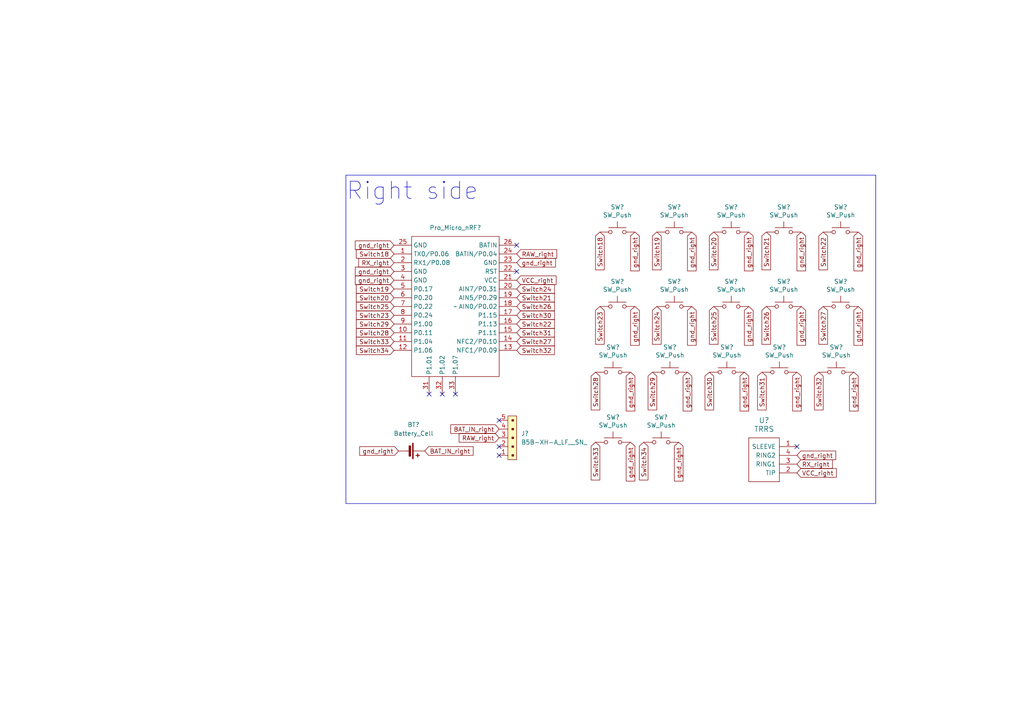
<source format=kicad_sch>
(kicad_sch (version 20230121) (generator eeschema)
  (paper "A4")
  (lib_symbols
    (symbol "Device:Battery_Cell" (pin_numbers hide) (pin_names (offset 0) hide)
      (property "Reference" "BT" (at 2.54 2.54 0))
      (property "Value" "Battery_Cell" (at 2.54 0 0))
      (symbol "Battery_Cell_0_1"
        (rectangle (start -2.286 1.778) (end 2.286 1.524) (fill (type outline)))
        (rectangle (start -1.524 1.016) (end 1.524 0.508) (fill (type outline)))
        (polyline (pts (xy 0 0.762) (xy 0 0)))
        (polyline (pts (xy 0 1.778) (xy 0 2.54)))
        (polyline (pts (xy 0.762 3.048) (xy 1.778 3.048)) (stroke (width 0.254)))
        (polyline (pts (xy 1.27 3.556) (xy 1.27 2.54)) (stroke (width 0.254)))
      )
      (symbol "Battery_Cell_1_1"
        (pin passive line (at 0 5.08 270) (length 2.54) (name "+") (number "1"))
        (pin passive line (at 0 -2.54 90) (length 2.54) (name "-") (number "2"))
      )
    )
    (symbol "Scottokeeb:Placeholder_TRRS" (pin_names (offset 1.016))
      (property "Reference" "U" (at 0 15.24 0))
      (property "Value" "TRRS" (at 0 -2.54 0))
      (symbol "Placeholder_TRRS_0_1"
        (rectangle (start -3.81 0) (end -3.81 12.7))
        (rectangle (start -3.81 0) (end 5.08 0))
        (rectangle (start -3.81 12.7) (end 5.08 12.7))
        (rectangle (start 5.08 12.7) (end 5.08 0))
      )
      (symbol "Placeholder_TRRS_1_1"
        (pin input line (at -8.89 2.54 0) (length 5.08) (name "SLEEVE") (number "1"))
        (pin input line (at -8.89 10.16 0) (length 5.08) (name "TIP") (number "2"))
        (pin input line (at -8.89 7.62 0) (length 5.08) (name "RING1") (number "3"))
        (pin input line (at -8.89 5.08 0) (length 5.08) (name "RING2") (number "4"))
      )
    )
    (symbol "Switch:SW_Push" (pin_numbers hide) (pin_names (offset 1.016) hide)
      (property "Reference" "SW" (at 1.27 2.54 0))
      (property "Value" "SW_Push" (at 0 -1.524 0))
      (symbol "SW_Push_0_1"
        (circle (center -2.032 0) (radius 0.508))
        (polyline (pts (xy 0 1.27) (xy 0 3.048)))
        (polyline (pts (xy 2.54 1.27) (xy -2.54 1.27)))
        (circle (center 2.032 0) (radius 0.508))
        (pin passive line (at -5.08 0 0) (length 2.54) (name "1") (number "1"))
        (pin passive line (at 5.08 0 180) (length 2.54) (name "2") (number "2"))
      )
    )
    (symbol "components:Pro_Micro_nRF52840"
      (property "Reference" "Pro_Micro_nRF52840" (at 0 22.352 0))
      (symbol "Pro_Micro_nRF52840_0_1"
        (rectangle (start -12.7 -20.32) (end 12.7 20.32))
      )
      (symbol "Pro_Micro_nRF52840_1_1"
        (pin input line (at -17.78 15.24 0) (length 5.08) (name "TX0/P0.06") (number "1"))
        (pin input line (at -17.78 -7.62 0) (length 5.08) (name "P0.11") (number "10"))
        (pin input line (at -17.78 -10.16 0) (length 5.08) (name "P1.04") (number "11"))
        (pin input line (at -17.78 -12.7 0) (length 5.08) (name "P1.06") (number "12"))
        (pin input line (at 17.78 -12.7 180) (length 5.08) (name "NFC1/P0.09") (number "13"))
        (pin input line (at 17.78 -10.16 180) (length 5.08) (name "NFC2/P0.10") (number "14"))
        (pin input line (at 17.78 -7.62 180) (length 5.08) (name "P1.11") (number "15"))
        (pin input line (at 17.78 -5.08 180) (length 5.08) (name "P1.13") (number "16"))
        (pin input line (at 17.78 -2.54 180) (length 5.08) (name "P1.15") (number "17"))
        (pin input line (at 17.78 0 180) (length 5.08) (name "AIN0/P0.02") (number "18"))
        (pin input line (at 17.78 2.54 180) (length 5.08) (name "AIN5/P0.29") (number "19"))
        (pin input line (at -17.78 12.7 0) (length 5.08) (name "RX1/P0.08") (number "2"))
        (pin input line (at 17.78 5.08 180) (length 5.08) (name "AIN7/P0.31") (number "20"))
        (pin input line (at 17.78 7.62 180) (length 5.08) (name "VCC") (number "21"))
        (pin input line (at 17.78 10.16 180) (length 5.08) (name "RST") (number "22"))
        (pin input line (at 17.78 12.7 180) (length 5.08) (name "GND") (number "23"))
        (pin input line (at 17.78 15.24 180) (length 5.08) (name "BATIN/P0.04") (number "24"))
        (pin input line (at -17.78 17.78 0) (length 5.08) (name "GND") (number "25"))
        (pin input line (at 17.78 17.78 180) (length 5.08) (name "BATIN") (number "26"))
        (pin input line (at -17.78 10.16 0) (length 5.08) (name "GND") (number "3"))
        (pin input line (at -7.62 -25.4 90) (length 5.08) (name "P1.01") (number "31"))
        (pin input line (at -3.81 -25.4 90) (length 5.08) (name "P1.02") (number "32"))
        (pin input line (at 0 -25.4 90) (length 5.08) (name "P1.07") (number "33"))
        (pin input line (at -17.78 7.62 0) (length 5.08) (name "GND") (number "4"))
        (pin input line (at -17.78 5.08 0) (length 5.08) (name "P0.17") (number "5"))
        (pin input line (at -17.78 2.54 0) (length 5.08) (name "P0.20") (number "6"))
        (pin input line (at -17.78 0 0) (length 5.08) (name "P0.22") (number "7"))
        (pin input line (at -17.78 -2.54 0) (length 5.08) (name "P0.24") (number "8"))
        (pin input line (at -17.78 -5.08 0) (length 5.08) (name "P1.00") (number "9"))
      )
    )
    (symbol "dk_Rectangular-Connectors-Headers-Male-Pins:B5B-XH-A_LF__SN_" (pin_names (offset 1.016))
      (property "Reference" "J" (at -2.54 -1.27 0))
      (property "Value" "B5B-XH-A_LF__SN_" (at 5.08 -3.81 0))
      (symbol "B5B-XH-A_LF__SN__1_1"
        (rectangle (start -1.27 0) (end 11.43 -2.54) (fill (type background)))
        (rectangle (start -0.254 -1.143) (end 0.254 -1.651) (fill (type outline)))
        (rectangle (start 2.286 -1.143) (end 2.794 -1.651) (fill (type outline)))
        (rectangle (start 4.826 -1.143) (end 5.334 -1.651) (fill (type outline)))
        (rectangle (start 7.366 -1.143) (end 7.874 -1.651) (fill (type outline)))
        (rectangle (start 9.906 -1.143) (end 10.414 -1.651) (fill (type outline)))
        (pin passive line (at 0 2.54 270) (length 2.54) (name "~") (number "1"))
        (pin passive line (at 2.54 2.54 270) (length 2.54) (name "~") (number "2"))
        (pin passive line (at 5.08 2.54 270) (length 2.54) (name "~") (number "3"))
        (pin passive line (at 7.62 2.54 270) (length 2.54) (name "~") (number "4"))
        (pin passive line (at 10.16 2.54 270) (length 2.54) (name "~") (number "5"))
      )
    )
  )
  (no_connect (at 144.78 132.08))
  (no_connect (at 128.27 114.3))
  (no_connect (at 149.86 78.74))
  (no_connect (at 124.46 114.3))
  (no_connect (at 132.08 114.3))
  (no_connect (at 149.86 71.12))
  (no_connect (at 144.78 129.54))
  (no_connect (at 144.78 121.92))
  (no_connect (at 231.14 129.54))
  (rectangle (start 100.33 50.8) (end 254 146.05))
  (text "Right side" (at 100.33 58.42 0) (effects (font (size 5 5)) (justify left bottom)))
  (global_label "Switch25" (shape input) (at 207.01 88.9 270) (property "Intersheetrefs" "${INTERSHEET_REFS}" (effects hide)))
  (global_label "gnd_right" (shape input) (at 247.65 107.95 270) (property "Intersheetrefs" "${INTERSHEET_REFS}" (effects hide)))
  (global_label "Switch22" (shape input) (at 149.86 93.98 0) (property "Intersheetrefs" "${INTERSHEET_REFS}" (effects hide)))
  (global_label "Switch19" (shape input) (at 190.5 67.31 270) (property "Intersheetrefs" "${INTERSHEET_REFS}" (effects hide)))
  (global_label "gnd_right" (shape input) (at 196.85 128.27 270) (property "Intersheetrefs" "${INTERSHEET_REFS}" (effects hide)))
  (global_label "Switch21" (shape input) (at 149.86 86.36 0) (property "Intersheetrefs" "${INTERSHEET_REFS}" (effects hide)))
  (global_label "gnd_right" (shape input) (at 200.66 67.31 270) (property "Intersheetrefs" "${INTERSHEET_REFS}" (effects hide)))
  (global_label "BAT_IN_right" (shape input) (at 144.78 124.46 180) (property "Intersheetrefs" "${INTERSHEET_REFS}" (effects hide)))
  (global_label "Switch19" (shape input) (at 114.3 83.82 180) (property "Intersheetrefs" "${INTERSHEET_REFS}" (effects hide)))
  (global_label "Switch28" (shape input) (at 172.72 107.95 270) (property "Intersheetrefs" "${INTERSHEET_REFS}" (effects hide)))
  (global_label "Switch20" (shape input) (at 207.01 67.31 270) (property "Intersheetrefs" "${INTERSHEET_REFS}" (effects hide)))
  (global_label "VCC_right" (shape input) (at 149.86 81.28 0) (property "Intersheetrefs" "${INTERSHEET_REFS}" (effects hide)))
  (global_label "gnd_right" (shape input) (at 114.3 78.74 180) (property "Intersheetrefs" "${INTERSHEET_REFS}" (effects hide)))
  (global_label "gnd_right" (shape input) (at 184.15 67.31 270) (property "Intersheetrefs" "${INTERSHEET_REFS}" (effects hide)))
  (global_label "Switch32" (shape input) (at 149.86 101.6 0) (property "Intersheetrefs" "${INTERSHEET_REFS}" (effects hide)))
  (global_label "gnd_right" (shape input) (at 232.41 67.31 270) (property "Intersheetrefs" "${INTERSHEET_REFS}" (effects hide)))
  (global_label "gnd_right" (shape input) (at 182.88 107.95 270) (property "Intersheetrefs" "${INTERSHEET_REFS}" (effects hide)))
  (global_label "Switch33" (shape input) (at 172.72 128.27 270) (property "Intersheetrefs" "${INTERSHEET_REFS}" (effects hide)))
  (global_label "RX_right" (shape input) (at 114.3 76.2 180) (property "Intersheetrefs" "${INTERSHEET_REFS}" (effects hide)))
  (global_label "gnd_right" (shape input) (at 248.92 67.31 270) (property "Intersheetrefs" "${INTERSHEET_REFS}" (effects hide)))
  (global_label "Switch20" (shape input) (at 114.3 86.36 180) (property "Intersheetrefs" "${INTERSHEET_REFS}" (effects hide)))
  (global_label "Switch26" (shape input) (at 149.86 88.9 0) (property "Intersheetrefs" "${INTERSHEET_REFS}" (effects hide)))
  (global_label "RAW_right" (shape input) (at 149.86 73.66 0) (property "Intersheetrefs" "${INTERSHEET_REFS}" (effects hide)))
  (global_label "Switch23" (shape input) (at 173.99 88.9 270) (property "Intersheetrefs" "${INTERSHEET_REFS}" (effects hide)))
  (global_label "Switch23" (shape input) (at 114.3 91.44 180) (property "Intersheetrefs" "${INTERSHEET_REFS}" (effects hide)))
  (global_label "BAT_IN_right" (shape input) (at 123.19 130.81 0) (property "Intersheetrefs" "${INTERSHEET_REFS}" (effects hide)))
  (global_label "gnd_right" (shape input) (at 200.66 88.9 270) (property "Intersheetrefs" "${INTERSHEET_REFS}" (effects hide)))
  (global_label "Switch21" (shape input) (at 222.25 67.31 270) (property "Intersheetrefs" "${INTERSHEET_REFS}" (effects hide)))
  (global_label "gnd_right" (shape input) (at 217.17 67.31 270) (property "Intersheetrefs" "${INTERSHEET_REFS}" (effects hide)))
  (global_label "Switch22" (shape input) (at 238.76 67.31 270) (property "Intersheetrefs" "${INTERSHEET_REFS}" (effects hide)))
  (global_label "Switch34" (shape input) (at 114.3 101.6 180) (property "Intersheetrefs" "${INTERSHEET_REFS}" (effects hide)))
  (global_label "VCC_right" (shape input) (at 231.14 137.16 0) (property "Intersheetrefs" "${INTERSHEET_REFS}" (effects hide)))
  (global_label "RAW_right" (shape input) (at 144.78 127 180) (property "Intersheetrefs" "${INTERSHEET_REFS}" (effects hide)))
  (global_label "gnd_right" (shape input) (at 182.88 128.27 270) (property "Intersheetrefs" "${INTERSHEET_REFS}" (effects hide)))
  (global_label "gnd_right" (shape input) (at 232.41 88.9 270) (property "Intersheetrefs" "${INTERSHEET_REFS}" (effects hide)))
  (global_label "Switch30" (shape input) (at 205.74 107.95 270) (property "Intersheetrefs" "${INTERSHEET_REFS}" (effects hide)))
  (global_label "Switch31" (shape input) (at 149.86 96.52 0) (property "Intersheetrefs" "${INTERSHEET_REFS}" (effects hide)))
  (global_label "Switch18" (shape input) (at 114.3 73.66 180) (property "Intersheetrefs" "${INTERSHEET_REFS}" (effects hide)))
  (global_label "Switch32" (shape input) (at 237.49 107.95 270) (property "Intersheetrefs" "${INTERSHEET_REFS}" (effects hide)))
  (global_label "Switch29" (shape input) (at 114.3 93.98 180) (property "Intersheetrefs" "${INTERSHEET_REFS}" (effects hide)))
  (global_label "gnd_right" (shape input) (at 114.3 81.28 180) (property "Intersheetrefs" "${INTERSHEET_REFS}" (effects hide)))
  (global_label "Switch28" (shape input) (at 114.3 96.52 180) (property "Intersheetrefs" "${INTERSHEET_REFS}" (effects hide)))
  (global_label "Switch24" (shape input) (at 149.86 83.82 0) (property "Intersheetrefs" "${INTERSHEET_REFS}" (effects hide)))
  (global_label "Switch33" (shape input) (at 114.3 99.06 180) (property "Intersheetrefs" "${INTERSHEET_REFS}" (effects hide)))
  (global_label "gnd_right" (shape input) (at 184.15 88.9 270) (property "Intersheetrefs" "${INTERSHEET_REFS}" (effects hide)))
  (global_label "gnd_right" (shape input) (at 114.3 71.12 180) (property "Intersheetrefs" "${INTERSHEET_REFS}" (effects hide)))
  (global_label "Switch29" (shape input) (at 189.23 107.95 270) (property "Intersheetrefs" "${INTERSHEET_REFS}" (effects hide)))
  (global_label "Switch31" (shape input) (at 220.98 107.95 270) (property "Intersheetrefs" "${INTERSHEET_REFS}" (effects hide)))
  (global_label "Switch18" (shape input) (at 173.99 67.31 270) (property "Intersheetrefs" "${INTERSHEET_REFS}" (effects hide)))
  (global_label "RX_right" (shape input) (at 231.14 134.62 0) (property "Intersheetrefs" "${INTERSHEET_REFS}" (effects hide)))
  (global_label "gnd_right" (shape input) (at 231.14 132.08 0) (property "Intersheetrefs" "${INTERSHEET_REFS}" (effects hide)))
  (global_label "Switch30" (shape input) (at 149.86 91.44 0) (property "Intersheetrefs" "${INTERSHEET_REFS}" (effects hide)))
  (global_label "Switch26" (shape input) (at 222.25 88.9 270) (property "Intersheetrefs" "${INTERSHEET_REFS}" (effects hide)))
  (global_label "gnd_right" (shape input) (at 215.9 107.95 270) (property "Intersheetrefs" "${INTERSHEET_REFS}" (effects hide)))
  (global_label "gnd_right" (shape input) (at 199.39 107.95 270) (property "Intersheetrefs" "${INTERSHEET_REFS}" (effects hide)))
  (global_label "gnd_right" (shape input) (at 217.17 88.9 270) (property "Intersheetrefs" "${INTERSHEET_REFS}" (effects hide)))
  (global_label "gnd_right" (shape input) (at 248.92 88.9 270) (property "Intersheetrefs" "${INTERSHEET_REFS}" (effects hide)))
  (global_label "gnd_right" (shape input) (at 115.57 130.81 180) (property "Intersheetrefs" "${INTERSHEET_REFS}" (effects hide)))
  (global_label "gnd_right" (shape input) (at 149.86 76.2 0) (property "Intersheetrefs" "${INTERSHEET_REFS}" (effects hide)))
  (global_label "Switch24" (shape input) (at 190.5 88.9 270) (property "Intersheetrefs" "${INTERSHEET_REFS}" (effects hide)))
  (global_label "Switch27" (shape input) (at 238.76 88.9 270) (property "Intersheetrefs" "${INTERSHEET_REFS}" (effects hide)))
  (global_label "Switch25" (shape input) (at 114.3 88.9 180) (property "Intersheetrefs" "${INTERSHEET_REFS}" (effects hide)))
  (global_label "gnd_right" (shape input) (at 231.14 107.95 270) (property "Intersheetrefs" "${INTERSHEET_REFS}" (effects hide)))
  (global_label "Switch27" (shape input) (at 149.86 99.06 0) (property "Intersheetrefs" "${INTERSHEET_REFS}" (effects hide)))
  (global_label "Switch34" (shape input) (at 186.69 128.27 270) (property "Intersheetrefs" "${INTERSHEET_REFS}" (effects hide)))
  (symbol (lib_id "Switch:SW_Push") (at 191.77 128.27 0) (unit 1)
    (property "Reference" "SW?" (at 191.77 121.031 0))
    (property "Value" "SW_Push" (at 191.77 123.3424 0))
    (property "Footprint" "custom_components:Choc_v1v2_pretty" (effects hide))
    (instances (project "kai_simple" (path "" (reference "SW?") (unit 1)) (path "" (reference "SW34") (unit 1))) (project "sweepv2" (path "" (reference "SW21") (unit 1))) (project "kai_simple_v3" (path "" (reference "SW34") (unit 1))))
  )
  (symbol (lib_id "dk_Rectangular-Connectors-Headers-Male-Pins:B5B-XH-A_LF__SN_") (at 147.32 132.08 90) (unit 1)
    (property "Reference" "J?" (at 151.13 125.73 90) (effects (justify right)))
    (property "Value" "B5B-XH-A_LF__SN_" (at 151.13 128.27 90) (effects (justify right)))
    (property "Footprint" "custom_components:Switch_slide_TH_5P" (effects hide))
    (property "Datasheet" "http://www.jst-mfg.com/product/pdf/eng/eXH.pdf" (effects hide))
    (property "Digi-Key_PN" "455-2270-ND" (effects hide))
    (property "MPN" "B5B-XH-A(LF)(SN)" (effects hide))
    (property "Category" "Connectors, Interconnects" (effects hide))
    (property "Family" "Rectangular Connectors - Headers, Male Pins" (effects hide))
    (property "DK_Datasheet_Link" "http://www.jst-mfg.com/product/pdf/eng/eXH.pdf" (effects hide))
    (property "DK_Detail_Page" "/product-detail/en/jst-sales-america-inc/B5B-XH-A(LF)(SN)/455-2270-ND/1530483" (effects hide))
    (property "Description" "CONN HEADER VERT 5POS 2.5MM" (effects hide))
    (property "Manufacturer" "JST Sales America Inc." (effects hide))
    (property "Status" "Active" (effects hide))
    (instances (project "kai_simple" (path "" (reference "J?") (unit 1)) (path "" (reference "J2") (unit 1))) (project "xiao_spread" (path "" (reference "J1") (unit 1))) (project "kai_simple_v3" (path "" (reference "J2") (unit 1))) (project "xiao_splay" (path "" (reference "J1") (unit 1))))
  )
  (symbol (lib_id "Switch:SW_Push") (at 210.82 107.95 0) (unit 1)
    (property "Reference" "SW?" (at 210.82 100.711 0))
    (property "Value" "SW_Push" (at 210.82 103.0224 0))
    (property "Footprint" "custom_components:Choc_v1v2_pretty" (effects hide))
    (instances (project "kai_simple" (path "" (reference "SW?") (unit 1)) (path "" (reference "SW30") (unit 1))) (project "sweepv2" (path "" (reference "SW16") (unit 1))) (project "kai_simple_v3" (path "" (reference "SW30") (unit 1))))
  )
  (symbol (lib_id "Switch:SW_Push") (at 227.33 67.31 0) (unit 1)
    (property "Reference" "SW?" (at 227.33 60.071 0))
    (property "Value" "SW_Push" (at 227.33 62.3824 0))
    (property "Footprint" "custom_components:Choc_v1v2_pretty" (effects hide))
    (instances (project "kai_simple" (path "" (reference "SW?") (unit 1)) (path "" (reference "SW21") (unit 1))) (project "sweepv2" (path "" (reference "SW5") (unit 1))) (project "kai_simple_v3" (path "" (reference "SW21") (unit 1))))
  )
  (symbol (lib_id "Switch:SW_Push") (at 242.57 107.95 0) (unit 1)
    (property "Reference" "SW?" (at 242.57 100.711 0))
    (property "Value" "SW_Push" (at 242.57 103.0224 0))
    (property "Footprint" "custom_components:Choc_v1v2_pretty" (effects hide))
    (instances (project "kai_simple" (path "" (reference "SW?") (unit 1)) (path "" (reference "SW32") (unit 1))) (project "sweepv2" (path "" (reference "SW18") (unit 1))) (project "kai_simple_v3" (path "" (reference "SW32") (unit 1))))
  )
  (symbol (lib_id "Switch:SW_Push") (at 212.09 67.31 0) (unit 1)
    (property "Reference" "SW?" (at 212.09 60.071 0))
    (property "Value" "SW_Push" (at 212.09 62.3824 0))
    (property "Footprint" "custom_components:Choc_v1v2_pretty" (effects hide))
    (instances (project "kai_simple" (path "" (reference "SW?") (unit 1)) (path "" (reference "SW20") (unit 1))) (project "sweepv2" (path "" (reference "SW4") (unit 1))) (project "kai_simple_v3" (path "" (reference "SW20") (unit 1))))
  )
  (symbol (lib_id "Switch:SW_Push") (at 243.84 67.31 0) (unit 1)
    (property "Reference" "SW?" (at 243.84 60.071 0))
    (property "Value" "SW_Push" (at 243.84 62.3824 0))
    (property "Footprint" "custom_components:Choc_v1v2_pretty" (effects hide))
    (instances (project "kai_simple" (path "" (reference "SW?") (unit 1)) (path "" (reference "SW22") (unit 1))) (project "sweepv2" (path "" (reference "SW6") (unit 1))) (project "kai_simple_v3" (path "" (reference "SW22") (unit 1))))
  )
  (symbol (lib_id "Switch:SW_Push") (at 195.58 88.9 0) (unit 1)
    (property "Reference" "SW?" (at 195.58 81.661 0))
    (property "Value" "SW_Push" (at 195.58 83.9724 0))
    (property "Footprint" "custom_components:Choc_v1v2_pretty" (effects hide))
    (instances (project "kai_simple" (path "" (reference "SW?") (unit 1)) (path "" (reference "SW24") (unit 1))) (project "sweepv2" (path "" (reference "SW9") (unit 1))) (project "kai_simple_v3" (path "" (reference "SW24") (unit 1))))
  )
  (symbol (lib_id "Switch:SW_Push") (at 194.31 107.95 0) (unit 1)
    (property "Reference" "SW?" (at 194.31 100.711 0))
    (property "Value" "SW_Push" (at 194.31 103.0224 0))
    (property "Footprint" "custom_components:Choc_v1v2_pretty" (effects hide))
    (instances (project "kai_simple" (path "" (reference "SW?") (unit 1)) (path "" (reference "SW29") (unit 1))) (project "sweepv2" (path "" (reference "SW15") (unit 1))) (project "kai_simple_v3" (path "" (reference "SW29") (unit 1))))
  )
  (symbol (lib_id "components:Pro_Micro_nRF52840") (at 132.08 88.9 0) (unit 1)
    (property "Reference" "Pro_Micro_nRF?" (at 132.08 66.04 0))
    (property "Value" "~" (at 132.08 88.9 0))
    (property "Footprint" "custom_components:Pro Micro nRF52840" (effects hide))
    (property "Datasheet" "https://www.nologo.tech/product/otherboard/NRF52840.html" (effects hide))
    (instances (project "kai_simple" (path "" (reference "Pro_Micro_nRF?") (unit 1)) (path "" (reference "Pro_Micro_nRF2") (unit 1))) (project "kai_simple_v3" (path "" (reference "Pro_Micro_nRF2") (unit 1))))
  )
  (symbol (lib_id "Device:Battery_Cell") (at 118.11 130.81 270) (unit 1)
    (property "Reference" "BT?" (at 119.9515 123.19 90))
    (property "Value" "Battery_Cell" (at 119.9515 125.73 90))
    (property "Footprint" "KLOTZ:JST_PH_reversible" (effects hide))
    (instances (project "kai_simple" (path "" (reference "BT?") (unit 1)) (path "" (reference "BT2") (unit 1))) (project "xiao_spread" (path "" (reference "BT1") (unit 1))) (project "kai_simple_v3" (path "" (reference "BT2") (unit 1))) (project "xiao_splay" (path "" (reference "BT1") (unit 1))))
  )
  (symbol (lib_id "Scottokeeb:Placeholder_TRRS") (at 222.25 127 180) (unit 1)
    (property "Reference" "U?" (at 221.615 121.92 0) (effects (font (size 1.524 1.524))))
    (property "Value" "TRRS" (at 221.615 124.46 0) (effects (font (size 1.524 1.524))))
    (property "Footprint" "ScottoKeebs_Components:TRRS_PJ-320A" (effects hide))
    (instances (project "kai_simple" (path "" (reference "U?") (unit 1)) (path "" (reference "U2") (unit 1))) (project "kai_simple_v3" (path "" (reference "U2") (unit 1))))
  )
  (symbol (lib_id "Switch:SW_Push") (at 195.58 67.31 0) (unit 1)
    (property "Reference" "SW?" (at 195.58 60.071 0))
    (property "Value" "SW_Push" (at 195.58 62.3824 0))
    (property "Footprint" "custom_components:Choc_v1v2_pretty" (effects hide))
    (instances (project "kai_simple" (path "" (reference "SW?") (unit 1)) (path "" (reference "SW19") (unit 1))) (project "sweepv2" (path "" (reference "SW3") (unit 1))) (project "kai_simple_v3" (path "" (reference "SW19") (unit 1))))
  )
  (symbol (lib_id "Switch:SW_Push") (at 179.07 67.31 0) (unit 1)
    (property "Reference" "SW?" (at 179.07 60.071 0))
    (property "Value" "SW_Push" (at 179.07 62.3824 0))
    (property "Footprint" "custom_components:Choc_v1v2_pretty" (effects hide))
    (instances (project "kai_simple" (path "" (reference "SW?") (unit 1)) (path "" (reference "SW18") (unit 1))) (project "sweepv2" (path "" (reference "SW2") (unit 1))) (project "kai_simple_v3" (path "" (reference "SW18") (unit 1))))
  )
  (symbol (lib_id "Switch:SW_Push") (at 227.33 88.9 0) (unit 1)
    (property "Reference" "SW?" (at 227.33 81.661 0))
    (property "Value" "SW_Push" (at 227.33 83.9724 0))
    (property "Footprint" "custom_components:Choc_v1v2_pretty" (effects hide))
    (instances (project "kai_simple" (path "" (reference "SW?") (unit 1)) (path "" (reference "SW26") (unit 1))) (project "sweepv2" (path "" (reference "SW11") (unit 1))) (project "kai_simple_v3" (path "" (reference "SW26") (unit 1))))
  )
  (symbol (lib_id "Switch:SW_Push") (at 226.06 107.95 0) (unit 1)
    (property "Reference" "SW?" (at 226.06 100.711 0))
    (property "Value" "SW_Push" (at 226.06 103.0224 0))
    (property "Footprint" "custom_components:Choc_v1v2_pretty" (effects hide))
    (instances (project "kai_simple" (path "" (reference "SW?") (unit 1)) (path "" (reference "SW31") (unit 1))) (project "sweepv2" (path "" (reference "SW17") (unit 1))) (project "kai_simple_v3" (path "" (reference "SW31") (unit 1))))
  )
  (symbol (lib_id "Switch:SW_Push") (at 243.84 88.9 0) (unit 1)
    (property "Reference" "SW?" (at 243.84 81.661 0))
    (property "Value" "SW_Push" (at 243.84 83.9724 0))
    (property "Footprint" "custom_components:Choc_v1v2_pretty" (effects hide))
    (instances (project "kai_simple" (path "" (reference "SW?") (unit 1)) (path "" (reference "SW27") (unit 1))) (project "sweepv2" (path "" (reference "SW12") (unit 1))) (project "kai_simple_v3" (path "" (reference "SW27") (unit 1))))
  )
  (symbol (lib_id "Switch:SW_Push") (at 212.09 88.9 0) (unit 1)
    (property "Reference" "SW?" (at 212.09 81.661 0))
    (property "Value" "SW_Push" (at 212.09 83.9724 0))
    (property "Footprint" "custom_components:Choc_v1v2_pretty" (effects hide))
    (instances (project "kai_simple" (path "" (reference "SW?") (unit 1)) (path "" (reference "SW25") (unit 1))) (project "sweepv2" (path "" (reference "SW10") (unit 1))) (project "kai_simple_v3" (path "" (reference "SW25") (unit 1))))
  )
  (symbol (lib_id "Switch:SW_Push") (at 179.07 88.9 0) (unit 1)
    (property "Reference" "SW?" (at 179.07 81.661 0))
    (property "Value" "SW_Push" (at 179.07 83.9724 0))
    (property "Footprint" "custom_components:Choc_v1v2_pretty" (effects hide))
    (instances (project "kai_simple" (path "" (reference "SW?") (unit 1)) (path "" (reference "SW23") (unit 1))) (project "sweepv2" (path "" (reference "SW8") (unit 1))) (project "kai_simple_v3" (path "" (reference "SW23") (unit 1))))
  )
  (symbol (lib_id "Switch:SW_Push") (at 177.8 107.95 0) (unit 1)
    (property "Reference" "SW?" (at 177.8 100.711 0))
    (property "Value" "SW_Push" (at 177.8 103.0224 0))
    (property "Footprint" "custom_components:Choc_v1v2_pretty" (effects hide))
    (instances (project "kai_simple" (path "" (reference "SW?") (unit 1)) (path "" (reference "SW28") (unit 1))) (project "sweepv2" (path "" (reference "SW14") (unit 1))) (project "kai_simple_v3" (path "" (reference "SW28") (unit 1))))
  )
  (symbol (lib_id "Switch:SW_Push") (at 177.8 128.27 0) (unit 1)
    (property "Reference" "SW?" (at 177.8 121.031 0))
    (property "Value" "SW_Push" (at 177.8 123.3424 0))
    (property "Footprint" "custom_components:Choc_v1v2_pretty" (effects hide))
    (instances (project "kai_simple" (path "" (reference "SW?") (unit 1)) (path "" (reference "SW33") (unit 1))) (project "sweepv2" (path "" (reference "SW20") (unit 1))) (project "kai_simple_v3" (path "" (reference "SW33") (unit 1))))
  )
)
</source>
